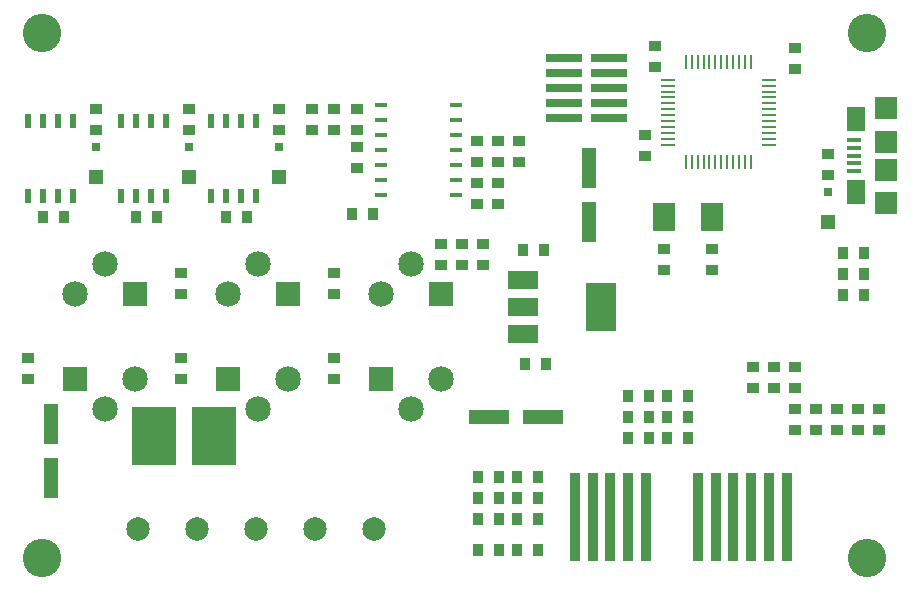
<source format=gts>
G04 (created by PCBNEW-RS274X (2012-01-19 BZR 3256)-stable) date 11/6/2012 2:02:59 AM*
G01*
G70*
G90*
%MOIN*%
G04 Gerber Fmt 3.4, Leading zero omitted, Abs format*
%FSLAX34Y34*%
G04 APERTURE LIST*
%ADD10C,0.008000*%
%ADD11R,0.051100X0.013700*%
%ADD12R,0.061000X0.080700*%
%ADD13R,0.072800X0.072800*%
%ADD14R,0.080000X0.080000*%
%ADD15C,0.085000*%
%ADD16R,0.100000X0.164000*%
%ADD17R,0.100000X0.060000*%
%ADD18R,0.028000X0.028000*%
%ADD19R,0.050000X0.050000*%
%ADD20R,0.022000X0.047000*%
%ADD21R,0.043000X0.018000*%
%ADD22R,0.043000X0.038000*%
%ADD23R,0.038000X0.043000*%
%ADD24O,0.008000X0.053100*%
%ADD25O,0.053100X0.008000*%
%ADD26R,0.077100X0.092900*%
%ADD27R,0.031900X0.293700*%
%ADD28C,0.078500*%
%ADD29R,0.123000X0.028000*%
%ADD30C,0.128000*%
%ADD31R,0.146000X0.196000*%
%ADD32R,0.051500X0.134200*%
%ADD33R,0.134200X0.051500*%
G04 APERTURE END LIST*
G54D10*
G54D11*
X63337Y-34862D03*
X63337Y-34606D03*
X63337Y-34350D03*
X63337Y-34094D03*
X63337Y-33838D03*
G54D12*
X63396Y-35570D03*
X63396Y-33130D03*
G54D13*
X64400Y-34822D03*
X64400Y-33878D03*
X64400Y-32775D03*
X64400Y-35925D03*
G54D14*
X44450Y-38950D03*
G54D15*
X43450Y-37950D03*
X42450Y-38950D03*
G54D14*
X37350Y-41800D03*
G54D15*
X38350Y-42800D03*
X39350Y-41800D03*
G54D14*
X39350Y-38950D03*
G54D15*
X38350Y-37950D03*
X37350Y-38950D03*
G54D14*
X42450Y-41800D03*
G54D15*
X43450Y-42800D03*
X44450Y-41800D03*
G54D14*
X49550Y-38950D03*
G54D15*
X48550Y-37950D03*
X47550Y-38950D03*
G54D14*
X47550Y-41800D03*
G54D15*
X48550Y-42800D03*
X49550Y-41800D03*
G54D16*
X54900Y-39400D03*
G54D17*
X52300Y-39400D03*
X52300Y-40300D03*
X52300Y-38500D03*
G54D18*
X44150Y-34050D03*
G54D19*
X44150Y-35050D03*
G54D18*
X41150Y-34050D03*
G54D19*
X41150Y-35050D03*
G54D18*
X38050Y-34050D03*
G54D19*
X38050Y-35050D03*
G54D20*
X37300Y-35700D03*
X36800Y-35700D03*
X36300Y-35700D03*
X35800Y-35700D03*
X35800Y-33200D03*
X36300Y-33200D03*
X36800Y-33200D03*
X37300Y-33200D03*
X40400Y-35700D03*
X39900Y-35700D03*
X39400Y-35700D03*
X38900Y-35700D03*
X38900Y-33200D03*
X39400Y-33200D03*
X39900Y-33200D03*
X40400Y-33200D03*
X43400Y-35700D03*
X42900Y-35700D03*
X42400Y-35700D03*
X41900Y-35700D03*
X41900Y-33200D03*
X42400Y-33200D03*
X42900Y-33200D03*
X43400Y-33200D03*
G54D21*
X50050Y-35650D03*
X50050Y-35150D03*
X50050Y-34650D03*
X50050Y-34150D03*
X50050Y-33650D03*
X50050Y-33150D03*
X50050Y-32650D03*
X47550Y-32650D03*
X47550Y-33150D03*
X47550Y-34150D03*
X47550Y-34650D03*
X47550Y-35150D03*
X47550Y-35650D03*
X47550Y-33650D03*
G54D22*
X51450Y-34550D03*
X51450Y-33850D03*
X50750Y-33850D03*
X50750Y-34550D03*
G54D23*
X55800Y-42350D03*
X56500Y-42350D03*
G54D22*
X40900Y-38250D03*
X40900Y-38950D03*
G54D23*
X55800Y-43750D03*
X56500Y-43750D03*
G54D22*
X62450Y-34300D03*
X62450Y-35000D03*
G54D23*
X55800Y-43050D03*
X56500Y-43050D03*
X57100Y-43050D03*
X57800Y-43050D03*
X57100Y-43750D03*
X57800Y-43750D03*
X57100Y-42350D03*
X57800Y-42350D03*
X52800Y-47500D03*
X52100Y-47500D03*
X50800Y-47500D03*
X51500Y-47500D03*
G54D22*
X51450Y-35950D03*
X51450Y-35250D03*
X46750Y-34750D03*
X46750Y-34050D03*
G54D23*
X46600Y-36300D03*
X47300Y-36300D03*
X52350Y-41300D03*
X53050Y-41300D03*
G54D22*
X35800Y-41100D03*
X35800Y-41800D03*
X46000Y-38250D03*
X46000Y-38950D03*
X40900Y-41100D03*
X40900Y-41800D03*
X49550Y-37300D03*
X49550Y-38000D03*
X46000Y-41100D03*
X46000Y-41800D03*
X46750Y-32800D03*
X46750Y-33500D03*
X46000Y-33500D03*
X46000Y-32800D03*
X50950Y-38000D03*
X50950Y-37300D03*
X50250Y-38000D03*
X50250Y-37300D03*
G54D23*
X53000Y-37500D03*
X52300Y-37500D03*
G54D22*
X58600Y-38150D03*
X58600Y-37450D03*
G54D23*
X62950Y-38300D03*
X63650Y-38300D03*
X62950Y-39000D03*
X63650Y-39000D03*
X62950Y-37600D03*
X63650Y-37600D03*
G54D22*
X52150Y-34550D03*
X52150Y-33850D03*
X50750Y-35250D03*
X50750Y-35950D03*
G54D23*
X37000Y-36400D03*
X36300Y-36400D03*
X40100Y-36400D03*
X39400Y-36400D03*
X43100Y-36400D03*
X42400Y-36400D03*
G54D22*
X45250Y-33500D03*
X45250Y-32800D03*
X57000Y-38150D03*
X57000Y-37450D03*
X62750Y-43500D03*
X62750Y-42800D03*
X60650Y-42100D03*
X60650Y-41400D03*
G54D23*
X52800Y-46450D03*
X52100Y-46450D03*
G54D22*
X64150Y-42800D03*
X64150Y-43500D03*
X61350Y-43500D03*
X61350Y-42800D03*
X63450Y-42800D03*
X63450Y-43500D03*
X61350Y-41400D03*
X61350Y-42100D03*
X59950Y-42100D03*
X59950Y-41400D03*
G54D23*
X50800Y-45750D03*
X51500Y-45750D03*
X52800Y-45750D03*
X52100Y-45750D03*
G54D22*
X62050Y-43500D03*
X62050Y-42800D03*
G54D23*
X50800Y-45050D03*
X51500Y-45050D03*
X52800Y-45050D03*
X52100Y-45050D03*
X50800Y-46450D03*
X51500Y-46450D03*
G54D24*
X57717Y-34573D03*
X57914Y-34573D03*
X58111Y-34573D03*
X58308Y-34573D03*
X58505Y-34573D03*
X58702Y-34573D03*
X58898Y-34573D03*
X59095Y-34573D03*
X59292Y-34573D03*
X59489Y-34573D03*
X59686Y-34573D03*
X59883Y-34573D03*
G54D25*
X60473Y-33983D03*
X60473Y-33786D03*
X60473Y-33589D03*
X60473Y-33392D03*
X60473Y-33195D03*
X60473Y-32998D03*
X60473Y-32802D03*
X60473Y-32605D03*
X60473Y-32408D03*
X60473Y-32211D03*
X60473Y-32014D03*
X60473Y-31817D03*
G54D24*
X59883Y-31227D03*
X59686Y-31227D03*
X59489Y-31227D03*
X59292Y-31227D03*
X59095Y-31227D03*
X58898Y-31227D03*
X58702Y-31227D03*
X58505Y-31227D03*
X58308Y-31227D03*
X58111Y-31227D03*
X57914Y-31227D03*
X57717Y-31227D03*
G54D25*
X57127Y-31817D03*
X57127Y-32014D03*
X57127Y-32211D03*
X57127Y-32408D03*
X57127Y-32605D03*
X57127Y-32802D03*
X57127Y-32998D03*
X57127Y-33195D03*
X57127Y-33392D03*
X57127Y-33589D03*
X57127Y-33786D03*
X57127Y-33983D03*
G54D26*
X58587Y-36400D03*
X56973Y-36400D03*
G54D27*
X58124Y-46402D03*
X58714Y-46402D03*
X59305Y-46402D03*
X59895Y-46402D03*
X60486Y-46402D03*
X61076Y-46402D03*
G54D28*
X39463Y-46800D03*
X41431Y-46800D03*
X43400Y-46800D03*
X45369Y-46800D03*
X47337Y-46800D03*
G54D27*
X54019Y-46402D03*
X54609Y-46402D03*
X55200Y-46402D03*
X55791Y-46402D03*
X56381Y-46402D03*
G54D29*
X53650Y-31100D03*
X55150Y-31100D03*
X53650Y-31600D03*
X55150Y-31600D03*
X53650Y-32100D03*
X55150Y-32100D03*
X53650Y-32600D03*
X55150Y-32600D03*
X53650Y-33100D03*
X55150Y-33100D03*
G54D30*
X36250Y-30250D03*
X36250Y-47750D03*
X63750Y-47750D03*
X63750Y-30250D03*
G54D31*
X42000Y-43700D03*
X40000Y-43700D03*
G54D18*
X62450Y-35550D03*
G54D19*
X62450Y-36550D03*
G54D32*
X54500Y-36556D03*
X54500Y-34744D03*
G54D33*
X51144Y-43050D03*
X52956Y-43050D03*
G54D32*
X36550Y-43294D03*
X36550Y-45106D03*
G54D22*
X38050Y-33500D03*
X38050Y-32800D03*
X41150Y-33500D03*
X41150Y-32800D03*
X44150Y-33500D03*
X44150Y-32800D03*
X56350Y-34350D03*
X56350Y-33650D03*
X61350Y-30750D03*
X61350Y-31450D03*
X56700Y-31400D03*
X56700Y-30700D03*
M02*

</source>
